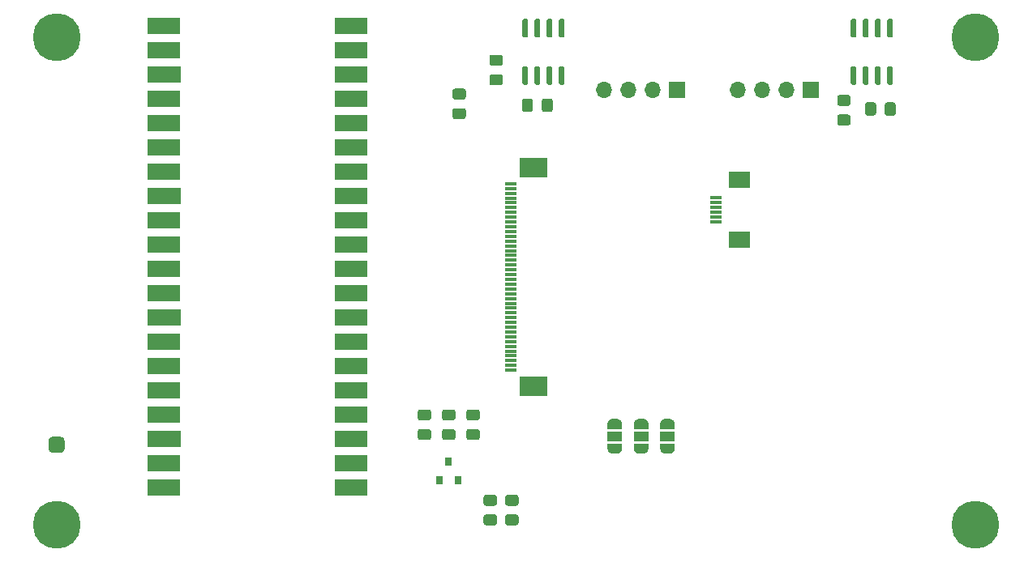
<source format=gts>
G04 #@! TF.GenerationSoftware,KiCad,Pcbnew,(5.1.10-1-10_14)*
G04 #@! TF.CreationDate,2021-10-20T12:02:30-05:00*
G04 #@! TF.ProjectId,stepper_analyzer,73746570-7065-4725-9f61-6e616c797a65,rev?*
G04 #@! TF.SameCoordinates,Original*
G04 #@! TF.FileFunction,Soldermask,Top*
G04 #@! TF.FilePolarity,Negative*
%FSLAX46Y46*%
G04 Gerber Fmt 4.6, Leading zero omitted, Abs format (unit mm)*
G04 Created by KiCad (PCBNEW (5.1.10-1-10_14)) date 2021-10-20 12:02:30*
%MOMM*%
%LPD*%
G01*
G04 APERTURE LIST*
%ADD10R,1.500000X1.000000*%
%ADD11C,0.100000*%
%ADD12R,3.500000X1.700000*%
%ADD13R,1.700000X1.700000*%
%ADD14R,0.800000X0.900000*%
%ADD15R,3.000000X2.000000*%
%ADD16R,1.300000X0.300000*%
%ADD17C,0.800000*%
%ADD18C,5.000000*%
%ADD19O,1.700000X1.700000*%
%ADD20R,2.200000X1.800000*%
G04 APERTURE END LIST*
D10*
X65810000Y12250000D03*
D11*
G36*
X65060602Y13550000D02*
G01*
X65060602Y13574534D01*
X65065412Y13623365D01*
X65074984Y13671490D01*
X65089228Y13718445D01*
X65108005Y13763778D01*
X65131136Y13807051D01*
X65158396Y13847850D01*
X65189524Y13885779D01*
X65224221Y13920476D01*
X65262150Y13951604D01*
X65302949Y13978864D01*
X65346222Y14001995D01*
X65391555Y14020772D01*
X65438510Y14035016D01*
X65486635Y14044588D01*
X65535466Y14049398D01*
X65560000Y14049398D01*
X65560000Y14050000D01*
X66060000Y14050000D01*
X66060000Y14049398D01*
X66084534Y14049398D01*
X66133365Y14044588D01*
X66181490Y14035016D01*
X66228445Y14020772D01*
X66273778Y14001995D01*
X66317051Y13978864D01*
X66357850Y13951604D01*
X66395779Y13920476D01*
X66430476Y13885779D01*
X66461604Y13847850D01*
X66488864Y13807051D01*
X66511995Y13763778D01*
X66530772Y13718445D01*
X66545016Y13671490D01*
X66554588Y13623365D01*
X66559398Y13574534D01*
X66559398Y13550000D01*
X66560000Y13550000D01*
X66560000Y13000000D01*
X65060000Y13000000D01*
X65060000Y13550000D01*
X65060602Y13550000D01*
G37*
G36*
X66560000Y11500000D02*
G01*
X66560000Y10950000D01*
X66559398Y10950000D01*
X66559398Y10925466D01*
X66554588Y10876635D01*
X66545016Y10828510D01*
X66530772Y10781555D01*
X66511995Y10736222D01*
X66488864Y10692949D01*
X66461604Y10652150D01*
X66430476Y10614221D01*
X66395779Y10579524D01*
X66357850Y10548396D01*
X66317051Y10521136D01*
X66273778Y10498005D01*
X66228445Y10479228D01*
X66181490Y10464984D01*
X66133365Y10455412D01*
X66084534Y10450602D01*
X66060000Y10450602D01*
X66060000Y10450000D01*
X65560000Y10450000D01*
X65560000Y10450602D01*
X65535466Y10450602D01*
X65486635Y10455412D01*
X65438510Y10464984D01*
X65391555Y10479228D01*
X65346222Y10498005D01*
X65302949Y10521136D01*
X65262150Y10548396D01*
X65224221Y10579524D01*
X65189524Y10614221D01*
X65158396Y10652150D01*
X65131136Y10692949D01*
X65108005Y10736222D01*
X65089228Y10781555D01*
X65074984Y10828510D01*
X65065412Y10876635D01*
X65060602Y10925466D01*
X65060602Y10950000D01*
X65060000Y10950000D01*
X65060000Y11500000D01*
X66560000Y11500000D01*
G37*
D10*
X63060000Y12250000D03*
D11*
G36*
X62310602Y13550000D02*
G01*
X62310602Y13574534D01*
X62315412Y13623365D01*
X62324984Y13671490D01*
X62339228Y13718445D01*
X62358005Y13763778D01*
X62381136Y13807051D01*
X62408396Y13847850D01*
X62439524Y13885779D01*
X62474221Y13920476D01*
X62512150Y13951604D01*
X62552949Y13978864D01*
X62596222Y14001995D01*
X62641555Y14020772D01*
X62688510Y14035016D01*
X62736635Y14044588D01*
X62785466Y14049398D01*
X62810000Y14049398D01*
X62810000Y14050000D01*
X63310000Y14050000D01*
X63310000Y14049398D01*
X63334534Y14049398D01*
X63383365Y14044588D01*
X63431490Y14035016D01*
X63478445Y14020772D01*
X63523778Y14001995D01*
X63567051Y13978864D01*
X63607850Y13951604D01*
X63645779Y13920476D01*
X63680476Y13885779D01*
X63711604Y13847850D01*
X63738864Y13807051D01*
X63761995Y13763778D01*
X63780772Y13718445D01*
X63795016Y13671490D01*
X63804588Y13623365D01*
X63809398Y13574534D01*
X63809398Y13550000D01*
X63810000Y13550000D01*
X63810000Y13000000D01*
X62310000Y13000000D01*
X62310000Y13550000D01*
X62310602Y13550000D01*
G37*
G36*
X63810000Y11500000D02*
G01*
X63810000Y10950000D01*
X63809398Y10950000D01*
X63809398Y10925466D01*
X63804588Y10876635D01*
X63795016Y10828510D01*
X63780772Y10781555D01*
X63761995Y10736222D01*
X63738864Y10692949D01*
X63711604Y10652150D01*
X63680476Y10614221D01*
X63645779Y10579524D01*
X63607850Y10548396D01*
X63567051Y10521136D01*
X63523778Y10498005D01*
X63478445Y10479228D01*
X63431490Y10464984D01*
X63383365Y10455412D01*
X63334534Y10450602D01*
X63310000Y10450602D01*
X63310000Y10450000D01*
X62810000Y10450000D01*
X62810000Y10450602D01*
X62785466Y10450602D01*
X62736635Y10455412D01*
X62688510Y10464984D01*
X62641555Y10479228D01*
X62596222Y10498005D01*
X62552949Y10521136D01*
X62512150Y10548396D01*
X62474221Y10579524D01*
X62439524Y10614221D01*
X62408396Y10652150D01*
X62381136Y10692949D01*
X62358005Y10736222D01*
X62339228Y10781555D01*
X62324984Y10828510D01*
X62315412Y10876635D01*
X62310602Y10925466D01*
X62310602Y10950000D01*
X62310000Y10950000D01*
X62310000Y11500000D01*
X63810000Y11500000D01*
G37*
D10*
X60310000Y12250000D03*
D11*
G36*
X59560602Y13550000D02*
G01*
X59560602Y13574534D01*
X59565412Y13623365D01*
X59574984Y13671490D01*
X59589228Y13718445D01*
X59608005Y13763778D01*
X59631136Y13807051D01*
X59658396Y13847850D01*
X59689524Y13885779D01*
X59724221Y13920476D01*
X59762150Y13951604D01*
X59802949Y13978864D01*
X59846222Y14001995D01*
X59891555Y14020772D01*
X59938510Y14035016D01*
X59986635Y14044588D01*
X60035466Y14049398D01*
X60060000Y14049398D01*
X60060000Y14050000D01*
X60560000Y14050000D01*
X60560000Y14049398D01*
X60584534Y14049398D01*
X60633365Y14044588D01*
X60681490Y14035016D01*
X60728445Y14020772D01*
X60773778Y14001995D01*
X60817051Y13978864D01*
X60857850Y13951604D01*
X60895779Y13920476D01*
X60930476Y13885779D01*
X60961604Y13847850D01*
X60988864Y13807051D01*
X61011995Y13763778D01*
X61030772Y13718445D01*
X61045016Y13671490D01*
X61054588Y13623365D01*
X61059398Y13574534D01*
X61059398Y13550000D01*
X61060000Y13550000D01*
X61060000Y13000000D01*
X59560000Y13000000D01*
X59560000Y13550000D01*
X59560602Y13550000D01*
G37*
G36*
X61060000Y11500000D02*
G01*
X61060000Y10950000D01*
X61059398Y10950000D01*
X61059398Y10925466D01*
X61054588Y10876635D01*
X61045016Y10828510D01*
X61030772Y10781555D01*
X61011995Y10736222D01*
X60988864Y10692949D01*
X60961604Y10652150D01*
X60930476Y10614221D01*
X60895779Y10579524D01*
X60857850Y10548396D01*
X60817051Y10521136D01*
X60773778Y10498005D01*
X60728445Y10479228D01*
X60681490Y10464984D01*
X60633365Y10455412D01*
X60584534Y10450602D01*
X60560000Y10450602D01*
X60560000Y10450000D01*
X60060000Y10450000D01*
X60060000Y10450602D01*
X60035466Y10450602D01*
X59986635Y10455412D01*
X59938510Y10464984D01*
X59891555Y10479228D01*
X59846222Y10498005D01*
X59802949Y10521136D01*
X59762150Y10548396D01*
X59724221Y10579524D01*
X59689524Y10614221D01*
X59658396Y10652150D01*
X59631136Y10692949D01*
X59608005Y10736222D01*
X59589228Y10781555D01*
X59574984Y10828510D01*
X59565412Y10876635D01*
X59560602Y10925466D01*
X59560602Y10950000D01*
X59560000Y10950000D01*
X59560000Y11500000D01*
X61060000Y11500000D01*
G37*
G36*
G01*
X47760001Y4975000D02*
X46859999Y4975000D01*
G75*
G02*
X46610000Y5224999I0J249999D01*
G01*
X46610000Y5875001D01*
G75*
G02*
X46859999Y6125000I249999J0D01*
G01*
X47760001Y6125000D01*
G75*
G02*
X48010000Y5875001I0J-249999D01*
G01*
X48010000Y5224999D01*
G75*
G02*
X47760001Y4975000I-249999J0D01*
G01*
G37*
G36*
G01*
X47760001Y2925000D02*
X46859999Y2925000D01*
G75*
G02*
X46610000Y3174999I0J249999D01*
G01*
X46610000Y3825001D01*
G75*
G02*
X46859999Y4075000I249999J0D01*
G01*
X47760001Y4075000D01*
G75*
G02*
X48010000Y3825001I0J-249999D01*
G01*
X48010000Y3174999D01*
G75*
G02*
X47760001Y2925000I-249999J0D01*
G01*
G37*
D12*
X32790000Y6870000D03*
X32790000Y9410000D03*
X32790000Y11950000D03*
X32790000Y14490000D03*
X32790000Y17030000D03*
X32790000Y19570000D03*
X32790000Y22110000D03*
X32790000Y24650000D03*
X32790000Y27190000D03*
X32790000Y29730000D03*
X32790000Y32270000D03*
X32790000Y34810000D03*
X32790000Y37350000D03*
X32790000Y39890000D03*
X32790000Y42430000D03*
X32790000Y44970000D03*
X32790000Y47510000D03*
X32790000Y50050000D03*
X32790000Y52590000D03*
X32790000Y55130000D03*
X13210000Y6870000D03*
X13210000Y9410000D03*
X13210000Y11950000D03*
X13210000Y14490000D03*
X13210000Y17030000D03*
X13210000Y19570000D03*
X13210000Y22110000D03*
X13210000Y24650000D03*
X13210000Y27190000D03*
X13210000Y29730000D03*
X13210000Y32270000D03*
X13210000Y34810000D03*
X13210000Y37350000D03*
X13210000Y39890000D03*
X13210000Y42430000D03*
X13210000Y44970000D03*
X13210000Y47510000D03*
X13210000Y50050000D03*
X13210000Y52590000D03*
X13210000Y55130000D03*
D13*
X31890000Y50050000D03*
X31890000Y37350000D03*
X31890000Y24650000D03*
X31890000Y11950000D03*
X14110000Y11950000D03*
X14110000Y24650000D03*
X14110000Y37350000D03*
X14110000Y50050000D03*
G36*
G01*
X48367001Y50982000D02*
X47466999Y50982000D01*
G75*
G02*
X47217000Y51231999I0J249999D01*
G01*
X47217000Y51882001D01*
G75*
G02*
X47466999Y52132000I249999J0D01*
G01*
X48367001Y52132000D01*
G75*
G02*
X48617000Y51882001I0J-249999D01*
G01*
X48617000Y51231999D01*
G75*
G02*
X48367001Y50982000I-249999J0D01*
G01*
G37*
G36*
G01*
X48367001Y48932000D02*
X47466999Y48932000D01*
G75*
G02*
X47217000Y49181999I0J249999D01*
G01*
X47217000Y49832001D01*
G75*
G02*
X47466999Y50082000I249999J0D01*
G01*
X48367001Y50082000D01*
G75*
G02*
X48617000Y49832001I0J-249999D01*
G01*
X48617000Y49181999D01*
G75*
G02*
X48367001Y48932000I-249999J0D01*
G01*
G37*
G36*
G01*
X84689001Y46782000D02*
X83788999Y46782000D01*
G75*
G02*
X83539000Y47031999I0J249999D01*
G01*
X83539000Y47682001D01*
G75*
G02*
X83788999Y47932000I249999J0D01*
G01*
X84689001Y47932000D01*
G75*
G02*
X84939000Y47682001I0J-249999D01*
G01*
X84939000Y47031999D01*
G75*
G02*
X84689001Y46782000I-249999J0D01*
G01*
G37*
G36*
G01*
X84689001Y44732000D02*
X83788999Y44732000D01*
G75*
G02*
X83539000Y44981999I0J249999D01*
G01*
X83539000Y45632001D01*
G75*
G02*
X83788999Y45882000I249999J0D01*
G01*
X84689001Y45882000D01*
G75*
G02*
X84939000Y45632001I0J-249999D01*
G01*
X84939000Y44981999D01*
G75*
G02*
X84689001Y44732000I-249999J0D01*
G01*
G37*
G36*
G01*
X50010001Y4975000D02*
X49109999Y4975000D01*
G75*
G02*
X48860000Y5224999I0J249999D01*
G01*
X48860000Y5875001D01*
G75*
G02*
X49109999Y6125000I249999J0D01*
G01*
X50010001Y6125000D01*
G75*
G02*
X50260000Y5875001I0J-249999D01*
G01*
X50260000Y5224999D01*
G75*
G02*
X50010001Y4975000I-249999J0D01*
G01*
G37*
G36*
G01*
X50010001Y2925000D02*
X49109999Y2925000D01*
G75*
G02*
X48860000Y3174999I0J249999D01*
G01*
X48860000Y3825001D01*
G75*
G02*
X49109999Y4075000I249999J0D01*
G01*
X50010001Y4075000D01*
G75*
G02*
X50260000Y3825001I0J-249999D01*
G01*
X50260000Y3174999D01*
G75*
G02*
X50010001Y2925000I-249999J0D01*
G01*
G37*
D14*
X42964000Y9622000D03*
X43914000Y7622000D03*
X42014000Y7622000D03*
G36*
G01*
X44510001Y47450000D02*
X43609999Y47450000D01*
G75*
G02*
X43360000Y47699999I0J249999D01*
G01*
X43360000Y48350001D01*
G75*
G02*
X43609999Y48600000I249999J0D01*
G01*
X44510001Y48600000D01*
G75*
G02*
X44760000Y48350001I0J-249999D01*
G01*
X44760000Y47699999D01*
G75*
G02*
X44510001Y47450000I-249999J0D01*
G01*
G37*
G36*
G01*
X44510001Y45400000D02*
X43609999Y45400000D01*
G75*
G02*
X43360000Y45649999I0J249999D01*
G01*
X43360000Y46300001D01*
G75*
G02*
X43609999Y46550000I249999J0D01*
G01*
X44510001Y46550000D01*
G75*
G02*
X44760000Y46300001I0J-249999D01*
G01*
X44760000Y45649999D01*
G75*
G02*
X44510001Y45400000I-249999J0D01*
G01*
G37*
D15*
X51800000Y40300000D03*
X51800000Y17500000D03*
D16*
X49450000Y19150000D03*
X49450000Y19650000D03*
X49450000Y20150000D03*
X49450000Y20650000D03*
X49450000Y21150000D03*
X49450000Y21650000D03*
X49450000Y22150000D03*
X49450000Y22650000D03*
X49450000Y23150000D03*
X49450000Y23650000D03*
X49450000Y24150000D03*
X49450000Y24650000D03*
X49450000Y25150000D03*
X49450000Y25650000D03*
X49450000Y26150000D03*
X49450000Y26650000D03*
X49450000Y27150000D03*
X49450000Y27650000D03*
X49450000Y28150000D03*
X49450000Y28650000D03*
X49450000Y29150000D03*
X49450000Y29650000D03*
X49450000Y30150000D03*
X49450000Y30650000D03*
X49450000Y31150000D03*
X49450000Y31650000D03*
X49450000Y32150000D03*
X49450000Y32650000D03*
X49450000Y33150000D03*
X49450000Y33650000D03*
X49450000Y34150000D03*
X49450000Y34650000D03*
X49450000Y35150000D03*
X49450000Y35650000D03*
X49450000Y36150000D03*
X49450000Y36650000D03*
X49450000Y37150000D03*
X49450000Y37650000D03*
X49450000Y38150000D03*
X49450000Y38650000D03*
G36*
G01*
X88915000Y50935000D02*
X89215000Y50935000D01*
G75*
G02*
X89365000Y50785000I0J-150000D01*
G01*
X89365000Y49135000D01*
G75*
G02*
X89215000Y48985000I-150000J0D01*
G01*
X88915000Y48985000D01*
G75*
G02*
X88765000Y49135000I0J150000D01*
G01*
X88765000Y50785000D01*
G75*
G02*
X88915000Y50935000I150000J0D01*
G01*
G37*
G36*
G01*
X87645000Y50935000D02*
X87945000Y50935000D01*
G75*
G02*
X88095000Y50785000I0J-150000D01*
G01*
X88095000Y49135000D01*
G75*
G02*
X87945000Y48985000I-150000J0D01*
G01*
X87645000Y48985000D01*
G75*
G02*
X87495000Y49135000I0J150000D01*
G01*
X87495000Y50785000D01*
G75*
G02*
X87645000Y50935000I150000J0D01*
G01*
G37*
G36*
G01*
X86375000Y50935000D02*
X86675000Y50935000D01*
G75*
G02*
X86825000Y50785000I0J-150000D01*
G01*
X86825000Y49135000D01*
G75*
G02*
X86675000Y48985000I-150000J0D01*
G01*
X86375000Y48985000D01*
G75*
G02*
X86225000Y49135000I0J150000D01*
G01*
X86225000Y50785000D01*
G75*
G02*
X86375000Y50935000I150000J0D01*
G01*
G37*
G36*
G01*
X85105000Y50935000D02*
X85405000Y50935000D01*
G75*
G02*
X85555000Y50785000I0J-150000D01*
G01*
X85555000Y49135000D01*
G75*
G02*
X85405000Y48985000I-150000J0D01*
G01*
X85105000Y48985000D01*
G75*
G02*
X84955000Y49135000I0J150000D01*
G01*
X84955000Y50785000D01*
G75*
G02*
X85105000Y50935000I150000J0D01*
G01*
G37*
G36*
G01*
X85105000Y55885000D02*
X85405000Y55885000D01*
G75*
G02*
X85555000Y55735000I0J-150000D01*
G01*
X85555000Y54085000D01*
G75*
G02*
X85405000Y53935000I-150000J0D01*
G01*
X85105000Y53935000D01*
G75*
G02*
X84955000Y54085000I0J150000D01*
G01*
X84955000Y55735000D01*
G75*
G02*
X85105000Y55885000I150000J0D01*
G01*
G37*
G36*
G01*
X86375000Y55885000D02*
X86675000Y55885000D01*
G75*
G02*
X86825000Y55735000I0J-150000D01*
G01*
X86825000Y54085000D01*
G75*
G02*
X86675000Y53935000I-150000J0D01*
G01*
X86375000Y53935000D01*
G75*
G02*
X86225000Y54085000I0J150000D01*
G01*
X86225000Y55735000D01*
G75*
G02*
X86375000Y55885000I150000J0D01*
G01*
G37*
G36*
G01*
X87645000Y55885000D02*
X87945000Y55885000D01*
G75*
G02*
X88095000Y55735000I0J-150000D01*
G01*
X88095000Y54085000D01*
G75*
G02*
X87945000Y53935000I-150000J0D01*
G01*
X87645000Y53935000D01*
G75*
G02*
X87495000Y54085000I0J150000D01*
G01*
X87495000Y55735000D01*
G75*
G02*
X87645000Y55885000I150000J0D01*
G01*
G37*
G36*
G01*
X88915000Y55885000D02*
X89215000Y55885000D01*
G75*
G02*
X89365000Y55735000I0J-150000D01*
G01*
X89365000Y54085000D01*
G75*
G02*
X89215000Y53935000I-150000J0D01*
G01*
X88915000Y53935000D01*
G75*
G02*
X88765000Y54085000I0J150000D01*
G01*
X88765000Y55735000D01*
G75*
G02*
X88915000Y55885000I150000J0D01*
G01*
G37*
G36*
G01*
X54625000Y50935000D02*
X54925000Y50935000D01*
G75*
G02*
X55075000Y50785000I0J-150000D01*
G01*
X55075000Y49135000D01*
G75*
G02*
X54925000Y48985000I-150000J0D01*
G01*
X54625000Y48985000D01*
G75*
G02*
X54475000Y49135000I0J150000D01*
G01*
X54475000Y50785000D01*
G75*
G02*
X54625000Y50935000I150000J0D01*
G01*
G37*
G36*
G01*
X53355000Y50935000D02*
X53655000Y50935000D01*
G75*
G02*
X53805000Y50785000I0J-150000D01*
G01*
X53805000Y49135000D01*
G75*
G02*
X53655000Y48985000I-150000J0D01*
G01*
X53355000Y48985000D01*
G75*
G02*
X53205000Y49135000I0J150000D01*
G01*
X53205000Y50785000D01*
G75*
G02*
X53355000Y50935000I150000J0D01*
G01*
G37*
G36*
G01*
X52085000Y50935000D02*
X52385000Y50935000D01*
G75*
G02*
X52535000Y50785000I0J-150000D01*
G01*
X52535000Y49135000D01*
G75*
G02*
X52385000Y48985000I-150000J0D01*
G01*
X52085000Y48985000D01*
G75*
G02*
X51935000Y49135000I0J150000D01*
G01*
X51935000Y50785000D01*
G75*
G02*
X52085000Y50935000I150000J0D01*
G01*
G37*
G36*
G01*
X50815000Y50935000D02*
X51115000Y50935000D01*
G75*
G02*
X51265000Y50785000I0J-150000D01*
G01*
X51265000Y49135000D01*
G75*
G02*
X51115000Y48985000I-150000J0D01*
G01*
X50815000Y48985000D01*
G75*
G02*
X50665000Y49135000I0J150000D01*
G01*
X50665000Y50785000D01*
G75*
G02*
X50815000Y50935000I150000J0D01*
G01*
G37*
G36*
G01*
X50815000Y55885000D02*
X51115000Y55885000D01*
G75*
G02*
X51265000Y55735000I0J-150000D01*
G01*
X51265000Y54085000D01*
G75*
G02*
X51115000Y53935000I-150000J0D01*
G01*
X50815000Y53935000D01*
G75*
G02*
X50665000Y54085000I0J150000D01*
G01*
X50665000Y55735000D01*
G75*
G02*
X50815000Y55885000I150000J0D01*
G01*
G37*
G36*
G01*
X52085000Y55885000D02*
X52385000Y55885000D01*
G75*
G02*
X52535000Y55735000I0J-150000D01*
G01*
X52535000Y54085000D01*
G75*
G02*
X52385000Y53935000I-150000J0D01*
G01*
X52085000Y53935000D01*
G75*
G02*
X51935000Y54085000I0J150000D01*
G01*
X51935000Y55735000D01*
G75*
G02*
X52085000Y55885000I150000J0D01*
G01*
G37*
G36*
G01*
X53355000Y55885000D02*
X53655000Y55885000D01*
G75*
G02*
X53805000Y55735000I0J-150000D01*
G01*
X53805000Y54085000D01*
G75*
G02*
X53655000Y53935000I-150000J0D01*
G01*
X53355000Y53935000D01*
G75*
G02*
X53205000Y54085000I0J150000D01*
G01*
X53205000Y55735000D01*
G75*
G02*
X53355000Y55885000I150000J0D01*
G01*
G37*
G36*
G01*
X54625000Y55885000D02*
X54925000Y55885000D01*
G75*
G02*
X55075000Y55735000I0J-150000D01*
G01*
X55075000Y54085000D01*
G75*
G02*
X54925000Y53935000I-150000J0D01*
G01*
X54625000Y53935000D01*
G75*
G02*
X54475000Y54085000I0J150000D01*
G01*
X54475000Y55735000D01*
G75*
G02*
X54625000Y55885000I150000J0D01*
G01*
G37*
G36*
G01*
X88499000Y46017999D02*
X88499000Y46918001D01*
G75*
G02*
X88748999Y47168000I249999J0D01*
G01*
X89399001Y47168000D01*
G75*
G02*
X89649000Y46918001I0J-249999D01*
G01*
X89649000Y46017999D01*
G75*
G02*
X89399001Y45768000I-249999J0D01*
G01*
X88748999Y45768000D01*
G75*
G02*
X88499000Y46017999I0J249999D01*
G01*
G37*
G36*
G01*
X86449000Y46017999D02*
X86449000Y46918001D01*
G75*
G02*
X86698999Y47168000I249999J0D01*
G01*
X87349001Y47168000D01*
G75*
G02*
X87599000Y46918001I0J-249999D01*
G01*
X87599000Y46017999D01*
G75*
G02*
X87349001Y45768000I-249999J0D01*
G01*
X86698999Y45768000D01*
G75*
G02*
X86449000Y46017999I0J249999D01*
G01*
G37*
G36*
G01*
X52676000Y46398999D02*
X52676000Y47299001D01*
G75*
G02*
X52925999Y47549000I249999J0D01*
G01*
X53576001Y47549000D01*
G75*
G02*
X53826000Y47299001I0J-249999D01*
G01*
X53826000Y46398999D01*
G75*
G02*
X53576001Y46149000I-249999J0D01*
G01*
X52925999Y46149000D01*
G75*
G02*
X52676000Y46398999I0J249999D01*
G01*
G37*
G36*
G01*
X50626000Y46398999D02*
X50626000Y47299001D01*
G75*
G02*
X50875999Y47549000I249999J0D01*
G01*
X51526001Y47549000D01*
G75*
G02*
X51776000Y47299001I0J-249999D01*
G01*
X51776000Y46398999D01*
G75*
G02*
X51526001Y46149000I-249999J0D01*
G01*
X50875999Y46149000D01*
G75*
G02*
X50626000Y46398999I0J249999D01*
G01*
G37*
D17*
X3325825Y4325825D03*
X2000000Y4875000D03*
X674175Y4325825D03*
X125000Y3000000D03*
X674175Y1674175D03*
X2000000Y1125000D03*
X3325825Y1674175D03*
X3875000Y3000000D03*
D18*
X2000000Y3000000D03*
D17*
X99325825Y55325825D03*
X98000000Y55875000D03*
X96674175Y55325825D03*
X96125000Y54000000D03*
X96674175Y52674175D03*
X98000000Y52125000D03*
X99325825Y52674175D03*
X99875000Y54000000D03*
D18*
X98000000Y54000000D03*
D17*
X99325825Y4325825D03*
X98000000Y4875000D03*
X96674175Y4325825D03*
X96125000Y3000000D03*
X96674175Y1674175D03*
X98000000Y1125000D03*
X99325825Y1674175D03*
X99875000Y3000000D03*
D18*
X98000000Y3000000D03*
D17*
X3325825Y55325825D03*
X2000000Y55875000D03*
X674175Y55325825D03*
X125000Y54000000D03*
X674175Y52674175D03*
X2000000Y52125000D03*
X3325825Y52674175D03*
X3875000Y54000000D03*
D18*
X2000000Y54000000D03*
G36*
G01*
X40874001Y13898000D02*
X39973999Y13898000D01*
G75*
G02*
X39724000Y14147999I0J249999D01*
G01*
X39724000Y14798001D01*
G75*
G02*
X39973999Y15048000I249999J0D01*
G01*
X40874001Y15048000D01*
G75*
G02*
X41124000Y14798001I0J-249999D01*
G01*
X41124000Y14147999D01*
G75*
G02*
X40874001Y13898000I-249999J0D01*
G01*
G37*
G36*
G01*
X40874001Y11848000D02*
X39973999Y11848000D01*
G75*
G02*
X39724000Y12097999I0J249999D01*
G01*
X39724000Y12748001D01*
G75*
G02*
X39973999Y12998000I249999J0D01*
G01*
X40874001Y12998000D01*
G75*
G02*
X41124000Y12748001I0J-249999D01*
G01*
X41124000Y12097999D01*
G75*
G02*
X40874001Y11848000I-249999J0D01*
G01*
G37*
G36*
G01*
X43414001Y13898000D02*
X42513999Y13898000D01*
G75*
G02*
X42264000Y14147999I0J249999D01*
G01*
X42264000Y14798001D01*
G75*
G02*
X42513999Y15048000I249999J0D01*
G01*
X43414001Y15048000D01*
G75*
G02*
X43664000Y14798001I0J-249999D01*
G01*
X43664000Y14147999D01*
G75*
G02*
X43414001Y13898000I-249999J0D01*
G01*
G37*
G36*
G01*
X43414001Y11848000D02*
X42513999Y11848000D01*
G75*
G02*
X42264000Y12097999I0J249999D01*
G01*
X42264000Y12748001D01*
G75*
G02*
X42513999Y12998000I249999J0D01*
G01*
X43414001Y12998000D01*
G75*
G02*
X43664000Y12748001I0J-249999D01*
G01*
X43664000Y12097999D01*
G75*
G02*
X43414001Y11848000I-249999J0D01*
G01*
G37*
G36*
G01*
X45954001Y13898000D02*
X45053999Y13898000D01*
G75*
G02*
X44804000Y14147999I0J249999D01*
G01*
X44804000Y14798001D01*
G75*
G02*
X45053999Y15048000I249999J0D01*
G01*
X45954001Y15048000D01*
G75*
G02*
X46204000Y14798001I0J-249999D01*
G01*
X46204000Y14147999D01*
G75*
G02*
X45954001Y13898000I-249999J0D01*
G01*
G37*
G36*
G01*
X45954001Y11848000D02*
X45053999Y11848000D01*
G75*
G02*
X44804000Y12097999I0J249999D01*
G01*
X44804000Y12748001D01*
G75*
G02*
X45053999Y12998000I249999J0D01*
G01*
X45954001Y12998000D01*
G75*
G02*
X46204000Y12748001I0J-249999D01*
G01*
X46204000Y12097999D01*
G75*
G02*
X45954001Y11848000I-249999J0D01*
G01*
G37*
G36*
G01*
X1156500Y10927500D02*
X1156500Y11777500D01*
G75*
G02*
X1581500Y12202500I425000J0D01*
G01*
X2431500Y12202500D01*
G75*
G02*
X2856500Y11777500I0J-425000D01*
G01*
X2856500Y10927500D01*
G75*
G02*
X2431500Y10502500I-425000J0D01*
G01*
X1581500Y10502500D01*
G75*
G02*
X1156500Y10927500I0J425000D01*
G01*
G37*
D19*
X59220000Y48500000D03*
X61760000Y48500000D03*
X64300000Y48500000D03*
D13*
X66840000Y48500000D03*
D19*
X73190000Y48500000D03*
X75730000Y48500000D03*
X78270000Y48500000D03*
D13*
X80810000Y48500000D03*
D16*
X70830000Y37180000D03*
X70830000Y36680000D03*
X70830000Y36180000D03*
X70830000Y35680000D03*
X70830000Y35180000D03*
X70830000Y34680000D03*
D20*
X73330000Y32780000D03*
X73330000Y39080000D03*
M02*

</source>
